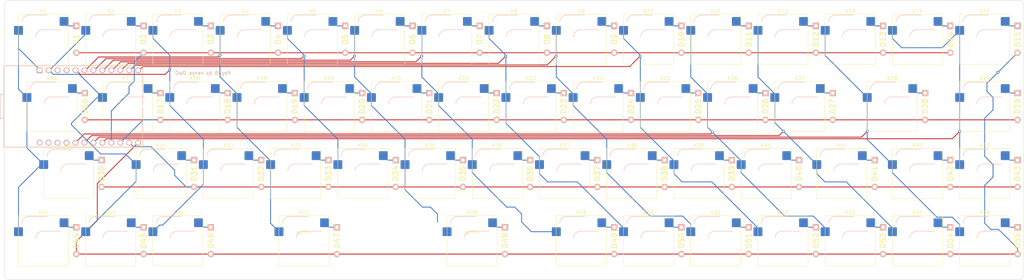
<source format=kicad_pcb>
(kicad_pcb (version 20211014) (generator pcbnew)
  (layers (0 "F.Cu" signal) (31 "B.Cu" signal) (34 "B.Paste" user) (35 "F.Paste" user) (36 "B.SilkS" user "B.Silkscreen") (37 "F.SilkS" user "F.Silkscreen") (38 "B.Mask" user) (39 "F.Mask" user) (44 "Edge.Cuts" user))
  (net 0 "")
  (net 1 "ROW0")
  (net 2 "Net-(D1-Pad2)")
  (net 3 "Net-(D2-Pad2)")
  (net 4 "Net-(D3-Pad2)")
  (net 5 "Net-(D4-Pad2)")
  (net 6 "Net-(D5-Pad2)")
  (net 7 "Net-(D6-Pad2)")
  (net 8 "Net-(D7-Pad2)")
  (net 9 "Net-(D8-Pad2)")
  (net 10 "Net-(D9-Pad2)")
  (net 11 "Net-(D10-Pad2)")
  (net 12 "Net-(D11-Pad2)")
  (net 13 "Net-(D12-Pad2)")
  (net 14 "Net-(D13-Pad2)")
  (net 15 "Net-(D14-Pad2)")
  (net 16 "ROW3")
  (net 17 "Net-(D15-Pad2)")
  (net 18 "ROW1")
  (net 19 "Net-(D16-Pad2)")
  (net 20 "Net-(D17-Pad2)")
  (net 21 "Net-(D18-Pad2)")
  (net 22 "Net-(D19-Pad2)")
  (net 23 "Net-(D20-Pad2)")
  (net 24 "Net-(D21-Pad2)")
  (net 25 "Net-(D22-Pad2)")
  (net 26 "Net-(D23-Pad2)")
  (net 27 "Net-(D24-Pad2)")
  (net 28 "Net-(D25-Pad2)")
  (net 29 "Net-(D26-Pad2)")
  (net 30 "Net-(D27-Pad2)")
  (net 31 "Net-(D28-Pad2)")
  (net 32 "Net-(D29-Pad2)")
  (net 33 "ROW2")
  (net 34 "Net-(D30-Pad2)")
  (net 35 "Net-(D31-Pad2)")
  (net 36 "Net-(D32-Pad2)")
  (net 37 "Net-(D33-Pad2)")
  (net 38 "Net-(D34-Pad2)")
  (net 39 "Net-(D35-Pad2)")
  (net 40 "Net-(D36-Pad2)")
  (net 41 "Net-(D37-Pad2)")
  (net 42 "Net-(D38-Pad2)")
  (net 43 "Net-(D39-Pad2)")
  (net 44 "Net-(D40-Pad2)")
  (net 45 "Net-(D41-Pad2)")
  (net 46 "Net-(D42-Pad2)")
  (net 47 "Net-(D43-Pad2)")
  (net 48 "Net-(D44-Pad2)")
  (net 49 "Net-(D45-Pad2)")
  (net 50 "Net-(D46-Pad2)")
  (net 51 "Net-(D47-Pad2)")
  (net 52 "Net-(D48-Pad2)")
  (net 53 "Net-(D49-Pad2)")
  (net 54 "Net-(D50-Pad2)")
  (net 55 "Net-(D51-Pad2)")
  (net 56 "Net-(D52-Pad2)")
  (net 57 "Net-(D53-Pad2)")
  (net 58 "Net-(D54-Pad2)")
  (net 59 "Net-(D55-Pad2)")
  (net 60 "COL0")
  (net 61 "COL1")
  (net 62 "COL2")
  (net 63 "COL3")
  (net 64 "COL4")
  (net 65 "COL5")
  (net 66 "COL6")
  (net 67 "COL7")
  (net 68 "COL8")
  (net 69 "COL9")
  (net 70 "COL10")
  (net 71 "COL11")
  (net 72 "COL12")
  (net 73 "COL13")
  (footprint "Switch_Keyboard_Hotswap_Kailh:SW_Hotswap_Kailh_MX_1.00u" (layer "F.Cu") (at 22.225 79.375)
    (fp_text reference "K44")
    (fp_text value "KEYSW")
  )
  (footprint "TheKeebrary:MD_Diode" (layer "F.Cu") (at 212.203 60.325 90)
    (fp_text reference "D39")
    (fp_text value "D" hide)
  )
  (footprint "Switch_Keyboard_Hotswap_Kailh:SW_Hotswap_Kailh_MX_1.00u" (layer "F.Cu") (at 174.625 79.375)
    (fp_text reference "K49")
    (fp_text value "KEYSW")
  )
  (footprint "Switch_Keyboard_Hotswap_Kailh:SW_Hotswap_Kailh_MX_1.00u" (layer "F.Cu") (at 22.225 22.225)
    (fp_text reference "K1")
    (fp_text value "KEYSW")
  )
  (footprint "Switch_Keyboard_Hotswap_Kailh:SW_Hotswap_Kailh_MX_1.00u" (layer "F.Cu") (at 136.525 22.225)
    (fp_text reference "K7")
    (fp_text value "KEYSW")
  )
  (footprint "TheKeebrary:MD_Diode" (layer "F.Cu") (at 236.0155 22.225 90)
    (fp_text reference "D12")
    (fp_text value "D" hide)
  )
  (footprint "Switch_Keyboard_Hotswap_Kailh:SW_Hotswap_Kailh_MX_1.00u" (layer "F.Cu") (at 193.675 22.225)
    (fp_text reference "K10")
    (fp_text value "KEYSW")
  )
  (footprint "Mounting_Keyboard_Stabilizer:Stabilizer_Cherry_MX_2.00u" (layer "F.Cu") (at 143.66875 79.375)
    (fp_text reference "REF**")
    (fp_text value "Stabilizer_Cherry_MX_2.00u")
  )
  (footprint "TheKeebrary:MD_Diode" (layer "F.Cu") (at 178.8655 22.225 90)
    (fp_text reference "D9")
    (fp_text value "D" hide)
  )
  (footprint "TheKeebrary:MD_Diode" (layer "F.Cu") (at 274.1155 79.375 90)
    (fp_text reference "D54")
    (fp_text value "D" hide)
  )
  (footprint "TheKeebrary:MD_Diode" (layer "F.Cu") (at 236.0155 79.375 90)
    (fp_text reference "D52")
    (fp_text value "D" hide)
  )
  (footprint "Switch_Keyboard_Hotswap_Kailh:SW_Hotswap_Kailh_MX_1.00u" (layer "F.Cu") (at 112.7125 60.325)
    (fp_text reference "K34")
    (fp_text value "KEYSW")
  )
  (footprint "Switch_Keyboard_Hotswap_Kailh:SW_Hotswap_Kailh_MX_1.00u" (layer "F.Cu") (at 212.725 22.225)
    (fp_text reference "K11")
    (fp_text value "KEYSW")
  )
  (footprint "TheKeebrary:MD_Diode" (layer "F.Cu") (at 293.1655 79.375 90)
    (fp_text reference "D55")
    (fp_text value "D" hide)
  )
  (footprint "TheKeebrary:MD_Diode" (layer "F.Cu") (at 100.28425 79.375 90)
    (fp_text reference "D47")
    (fp_text value "D" hide)
  )
  (footprint "TheKeebrary:MD_Diode" (layer "F.Cu") (at 97.903 60.325 90)
    (fp_text reference "D33")
    (fp_text value "D" hide)
  )
  (footprint "TheKeebrary:MD_Diode" (layer "F.Cu") (at 147.90925 79.375 90)
    (fp_text reference "D48")
    (fp_text value "D" hide)
  )
  (footprint "Switch_Keyboard_Hotswap_Kailh:SW_Hotswap_Kailh_MX_1.00u" (layer "F.Cu") (at 65.0875 41.275)
    (fp_text reference "K18")
    (fp_text value "KEYSW")
  )
  (footprint "Switch_Keyboard_Hotswap_Kailh:SW_Hotswap_Kailh_MX_1.00u" (layer "F.Cu") (at 269.875 79.375)
    (fp_text reference "K54")
    (fp_text value "KEYSW")
  )
  (footprint "TheKeebrary:MD_Diode" (layer "F.Cu") (at 174.103 60.325 90)
    (fp_text reference "D37")
    (fp_text value "D" hide)
  )
  (footprint "TheKeebrary:MD_Diode" (layer "F.Cu") (at 45.5155 22.225 90)
    (fp_text reference "D2")
    (fp_text value "D" hide)
  )
  (footprint "TheKeebrary:MD_Diode" (layer "F.Cu") (at 88.378 41.275 90)
    (fp_text reference "D19")
    (fp_text value "D" hide)
  )
  (footprint "TheKeebrary:MD_Diode" (layer "F.Cu") (at 26.4655 22.225 90)
    (fp_text reference "D1")
    (fp_text value "D" hide)
  )
  (footprint "TheKeebrary:MD_Diode" (layer "F.Cu") (at 64.5655 22.225 90)
    (fp_text reference "D3")
    (fp_text value "D" hide)
  )
  (footprint "Switch_Keyboard_Hotswap_Kailh:SW_Hotswap_Kailh_MX_1.00u" (layer "F.Cu") (at 236.5375 41.275)
    (fp_text reference "K27")
    (fp_text value "KEYSW")
  )
  (footprint "Switch_Keyboard_Hotswap_Kailh:SW_Hotswap_Kailh_MX_1.00u" (layer "F.Cu") (at 141.2875 41.275)
    (fp_text reference "K22")
    (fp_text value "KEYSW")
  )
  (footprint "TheKeebrary:MD_Diode" (layer "F.Cu") (at 155.053 60.325 90)
    (fp_text reference "D36")
    (fp_text value "D" hide)
  )
  (footprint "TheKeebrary:MD_Diode" (layer "F.Cu") (at 274.1155 22.225 90)
    (fp_text reference "D14")
    (fp_text value "D" hide)
  )
  (footprint "Switch_Keyboard_Hotswap_Kailh:SW_Hotswap_Kailh_MX_1.00u" (layer "F.Cu") (at 131.7625 60.325)
    (fp_text reference "K35")
    (fp_text value "KEYSW")
  )
  (footprint "Switch_Keyboard_Hotswap_Kailh:SW_Hotswap_Kailh_MX_1.00u" (layer "F.Cu") (at 174.625 22.225)
    (fp_text reference "K9")
    (fp_text value "KEYSW")
  )
  (footprint "TheKeebrary:MD_Diode" (layer "F.Cu") (at 255.0655 22.225 90)
    (fp_text reference "D13")
    (fp_text value "D" hide)
  )
  (footprint "TheKeebrary:MD_Diode" (layer "F.Cu") (at 33.60925 60.325 90)
    (fp_text reference "D30")
    (fp_text value "D" hide)
  )
  (footprint "Switch_Keyboard_Hotswap_Kailh:SW_Hotswap_Kailh_MX_1.00u" (layer "F.Cu") (at 288.925 41.275)
    (fp_text reference "K29")
    (fp_text value "KEYSW")
  )
  (footprint "Switch_Keyboard_Hotswap_Kailh:SW_Hotswap_Kailh_MX_1.00u" (layer "F.Cu") (at 207.9625 60.325)
    (fp_text reference "K39")
    (fp_text value "KEYSW")
  )
  (footprint "TheKeebrary:MD_Diode" (layer "F.Cu") (at 202.678 41.275 90)
    (fp_text reference "D25")
    (fp_text value "D" hide)
  )
  (footprint "Switch_Keyboard_Hotswap_Kailh:SW_Hotswap_Kailh_MX_1.00u" (layer "F.Cu") (at 288.925 79.375)
    (fp_text reference "K55")
    (fp_text value "KEYSW")
  )
  (footprint "TheKeebrary:MD_Diode" (layer "F.Cu") (at 45.5155 79.375 90)
    (fp_text reference "D45")
    (fp_text value "D" hide)
  )
  (footprint "Switch_Keyboard_Hotswap_Kailh:SW_Hotswap_Kailh_MX_1.00u" (layer "F.Cu") (at 117.475 22.225)
    (fp_text reference "K6")
    (fp_text value "KEYSW")
  )
  (footprint "TheKeebrary:MD_Diode" (layer "F.Cu") (at 126.478 41.275 90)
    (fp_text reference "D21")
    (fp_text value "D" hide)
  )
  (footprint "Switch_Keyboard_Hotswap_Kailh:SW_Hotswap_Kailh_MX_1.00u" (layer "F.Cu") (at 60.325 79.375)
    (fp_text reference "K46")
    (fp_text value "KEYSW")
  )
  (footprint "Switch_Keyboard_Hotswap_Kailh:SW_Hotswap_Kailh_MX_1.00u" (layer "F.Cu") (at 193.675 79.375)
    (fp_text reference "K50")
    (fp_text value "KEYSW")
  )
  (footprint "TheKeebrary:MD_Diode" (layer "F.Cu") (at 116.953 60.325 90)
    (fp_text reference "D34")
    (fp_text value "D" hide)
  )
  (footprint "Switch_Keyboard_Hotswap_Kailh:SW_Hotswap_Kailh_MX_1.00u" (layer "F.Cu") (at 198.4375 41.275)
    (fp_text reference "K25")
    (fp_text value "KEYSW")
  )
  (footprint "TheKeebrary:MD_Diode" (layer "F.Cu") (at 83.6155 22.225 90)
    (fp_text reference "D4")
    (fp_text value "D" hide)
  )
  (footprint "TheKeebrary:MD_Diode" (layer "F.Cu") (at 59.803 60.325 90)
    (fp_text reference "D31")
    (fp_text value "D" hide)
  )
  (footprint "TheKeebrary:MD_Diode" (layer "F.Cu") (at 102.6655 22.225 90)
    (fp_text reference "D5")
    (fp_text value "D" hide)
  )
  (footprint "TheKeebrary:MD_Diode" (layer "F.Cu") (at 252.68425 60.325 90)
    (fp_text reference "D41")
    (fp_text value "D" hide)
  )
  (footprint "TheKeebrary:MD_Diode" (layer "F.Cu") (at 293.1655 22.225 90)
    (fp_text reference "D15")
    (fp_text value "D" hide)
  )
  (footprint "TheKeebrary:MD_Diode" (layer "F.Cu") (at 136.003 60.325 90)
    (fp_text reference "D35")
    (fp_text value "D" hide)
  )
  (footprint "TheKeebrary:MD_Diode" (layer "F.Cu") (at 193.153 60.325 90)
    (fp_text reference "D38")
    (fp_text value "D" hide)
  )
  (footprint "TheKeebrary:MD_Diode" (layer "F.Cu") (at 28.84675 41.275 90)
    (fp_text reference "D16")
    (fp_text value "D" hide)
  )
  (footprint "Switch_Keyboard_Hotswap_Kailh:SW_Hotswap_Kailh_MX_1.00u" (layer "F.Cu") (at 155.575 22.225)
    (fp_text reference "K8")
    (fp_text value "KEYSW")
  )
  (footprint "TheKeebrary:MD_Diode" (layer "F.Cu") (at 221.728 41.275 90)
    (fp_text reference "D26")
    (fp_text value "D" hide)
  )
  (footprint "Switch_Keyboard_Hotswap_Kailh:SW_Hotswap_Kailh_MX_1.00u" (layer "F.Cu") (at 288.925 60.325)
    (fp_text reference "K43")
    (fp_text value "KEYSW")
  )
  (footprint "Switch_Keyboard_Hotswap_Kailh:SW_Hotswap_Kailh_MX_1.25u" (layer "F.Cu") (at 24.60625 41.275)
    (fp_text reference "K16")
    (fp_text value "KEYSW")
  )
  (footprint "TheKeebrary:MD_Diode" (layer "F.Cu") (at 216.9655 79.375 90)
    (fp_text reference "D51")
    (fp_text value "D" hide)
  )
  (footprint "Switch_Keyboard_Hotswap_Kailh:SW_Hotswap_Kailh_MX_1.00u" (layer "F.Cu") (at 231.775 22.225)
    (fp_text reference "K12")
    (fp_text value "KEYSW")
  )
  (footprint "Switch_Keyboard_Hotswap_Kailh:SW_Hotswap_Kailh_MX_1.00u" (layer "F.Cu") (at 288.925 22.225)
    (fp_text reference "K15")
    (fp_text value "KEYSW")
  )
  (footprint "TheKeebrary:MD_Diode" (layer "F.Cu") (at 255.0655 79.375 90)
    (fp_text reference "D53")
    (fp_text value "D" hide)
  )
  (footprint "Switch_Keyboard_Hotswap_Kailh:SW_Hotswap_Kailh_MX_1.25u" (layer "F.Cu") (at 248.44375 60.325)
    (fp_text reference "K41")
    (fp_text value "KEYSW")
  )
  (footprint "TheKeebrary:MD_Diode" (layer "F.Cu") (at 145.528 41.275 90)
    (fp_text reference "D22")
    (fp_text value "D" hide)
  )
  (footprint "Switch_Keyboard_Hotswap_Kailh:SW_Hotswap_Kailh_MX_1.00u" (layer "F.Cu") (at 231.775 79.375)
    (fp_text reference "K52")
    (fp_text value "KEYSW")
  )
  (footprint "TheKeebrary:MD_Diode" (layer "F.Cu") (at 240.778 41.275 90)
    (fp_text reference "D27")
    (fp_text value "D" hide)
  )
  (footprint "TheKeebrary:MD_Diode" (layer "F.Cu") (at 26.4655 79.375 90)
    (fp_text reference "D44")
    (fp_text value "D" hide)
  )
  (footprint "Switch_Keyboard_Hotswap_Kailh:SW_Hotswap_Kailh_MX_1.00u" (layer "F.Cu") (at 212.725 79.375)
    (fp_text reference "K51")
    (fp_text value "KEYSW")
  )
  (footprint "TheKeebrary:MD_Diode" (layer "F.Cu") (at 274.1155 60.325 90)
    (fp_text reference "D42")
    (fp_text value "D" hide)
  )
  (footprint "Switch_Keyboard_Hotswap_Kailh:SW_Hotswap_Kailh_MX_1.00u" (layer "F.Cu") (at 74.6125 60.325)
    (fp_text reference "K32")
    (fp_text value "KEYSW")
  )
  (footprint "Switch_Keyboard_Hotswap_Kailh:SW_Hotswap_Kailh_MX_1.00u" (layer "F.Cu") (at 150.8125 60.325)
    (fp_text reference "K36")
    (fp_text value "KEYSW")
  )
  (footprint "Switch_Keyboard_Hotswap_Kailh:SW_Hotswap_Kailh_MX_1.75u" (layer "F.Cu") (at 262.73125 41.275)
    (fp_text reference "K28")
    (fp_text value "KEYSW")
  )
  (footprint "TheKeebrary:MD_Diode" (layer "F.Cu") (at 50.278 41.275 90)
    (fp_text reference "D17")
    (fp_text value "D" hide)
  )
  (footprint "Switch_Keyboard_Hotswap_Kailh:SW_Hotswap_Kailh_MX_1.00u" (layer "F.Cu") (at 269.875 22.225)
    (fp_text reference "K14")
    (fp_text value "KEYSW")
  )
  (footprint "TheKeebrary:MD_Diode" (layer "F.Cu") (at 64.5655 79.375 90)
    (fp_text reference "D46")
    (fp_text value "D" hide)
  )
  (footprint "Switch_Keyboard_Hotswap_Kailh:SW_Hotswap_Kailh_MX_1.00u" (layer "F.Cu") (at 217.4875 41.275)
    (fp_text reference "K26")
    (fp_text value "KEYSW")
  )
  (footprint "Switch_Keyboard_Hotswap_Kailh:SW_Hotswap_Kailh_MX_1.00u" (layer "F.Cu") (at 46.0375 41.275)
    (fp_text reference "K17")
    (fp_text value "KEYSW")
  )
  (footprint "Switch_Keyboard_Hotswap_Kailh:SW_Hotswap_Kailh_MX_1.00u" (layer "F.Cu") (at 250.825 22.225)
    (fp_text reference "K13")
    (fp_text value "KEYSW")
  )
  (footprint "TheKeebrary:MD_Diode" (layer "F.Cu") (at 78.853 60.325 90)
    (fp_text reference "D32")
    (fp_text value "D" hide)
  )
  (footprint "TheKeebrary:MD_Diode" (layer "F.Cu") (at 164.578 41.275 90)
    (fp_text reference "D23")
    (fp_text value "D" hide)
  )
  (footprint "Switch_Keyboard_Hotswap_Kailh:SW_Hotswap_Kailh_MX_1.00u" (layer "F.Cu") (at 41.275 79.375)
    (fp_text reference "K45")
    (fp_text value "KEYSW")
  )
  (footprint "Switch_Keyboard_Hotswap_Kailh:SW_Hotswap_Kailh_MX_1.00u" (layer "F.Cu") (at 103.1875 41.275)
    (fp_text reference "K20")
    (fp_text value "KEYSW")
  )
  (footprint "TheKeebrary:MD_Diode" (layer "F.Cu") (at 216.9655 22.225 90)
    (fp_text reference "D11")
    (fp_text value "D" hide)
  )
  (footprint "Switch_Keyboard_Hotswap_Kailh:SW_Hotswap_Kailh_MX_1.00u" (layer "F.Cu") (at 179.3875 41.275)
    (fp_text reference "K24")
    (fp_text value "KEYSW")
  )
  (footprint "Switch_Keyboard_Hotswap_Kailh:SW_Hotswap_Kailh_MX_2.25u" (layer "F.Cu") (at 143.66875 79.375)
    (fp_text reference "K48")
    (fp_text value "KEYSW")
  )
  (footprint "Switch_Keyboard_Hotswap_Kailh:SW_Hotswap_Kailh_MX_1.00u" (layer "F.Cu") (at 188.9125 60.325)
    (fp_text reference "K38")
    (fp_text value "KEYSW")
  )
  (footprint "TheKeebrary:MD_Diode" (layer "F.Cu") (at 293.1655 41.275 90)
    (fp_text reference "D29")
    (fp_text value "D" hide)
  )
  (footprint "TheKeebrary:MD_Diode" (layer "F.Cu") (at 121.7155 22.225 90)
    (fp_text reference "D6")
    (fp_text value "D" hide)
  )
  (footprint "TheKeebrary:MD_Diode" (layer "F.Cu") (at 159.8155 22.225 90)
    (fp_text reference "D8")
    (fp_text value "D" hide)
  )
  (footprint "TheKeebrary:MD_Diode" (layer "F.Cu") (at 266.97175 41.275 90)
    (fp_text reference "D28")
    (fp_text value "D" hide)
  )
  (footprint "Switch_Keyboard_Hotswap_Kailh:SW_Hotswap_Kailh_MX_1.00u" (layer "F.Cu") (at 79.375 22.225)
    (fp_text reference "K4")
    (fp_text value "KEYSW")
  )
  (footprint "TheKeebrary:MD_Diode" (layer "F.Cu") (at 197.9155 79.375 90)
    (fp_text reference "D50")
    (fp_text value "D" hide)
  )
  (footprint "Switch_Keyboard_Hotswap_Kailh:SW_Hotswap_Kailh_MX_1.00u" (layer "F.Cu") (at 169.8625 60.325)
    (fp_text reference "K37")
    (fp_text value "KEYSW")
  )
  (footprint "Mounting_Keyboard_Stabilizer:Stabilizer_Cherry_MX_2.00u" (layer "F.Cu") (at 96.04375 79.375)
    (fp_text reference "REF**")
    (fp_text value "Stabilizer_Cherry_MX_2.00u")
  )
  (footprint "Switch_Keyboard_Hotswap_Kailh:SW_Hotswap_Kailh_MX_1.00u" (layer "F.Cu") (at 41.275 22.225)
    (fp_text reference "K2")
    (fp_text value "KEYSW")
  )
  (footprint "TheKeebrary:MD_Diode" (layer "F.Cu") (at 183.628 41.275 90)
    (fp_text reference "D24")
    (fp_text value "D" hide)
  )
  (footprint "Switch_Keyboard_Hotswap_Kailh:SW_Hotswap_Kailh_MX_1.00u" (layer "F.Cu") (at 269.875 60.325)
    (fp_text reference "K42")
    (fp_text value "KEYSW")
  )
  (footprint "Switch_Keyboard_Hotswap_Kailh:SW_Hotswap_Kailh_MX_2.75u" (layer "F.Cu") (at 96.04375 79.375)
    (fp_text reference "K47")
    (fp_text value "KEYSW")
  )
  (footprint "Switch_Keyboard_Hotswap_Kailh:SW_Hotswap_Kailh_MX_1.00u" (layer "F.Cu") (at 227.0125 60.325)
    (fp_text reference "K40")
    (fp_text value "KEYSW")
  )
  (footprint "Switch_Keyboard_Hotswap_Kailh:SW_Hotswap_Kailh_MX_1.00u" (layer "F.Cu") (at 160.3375 41.275)
    (fp_text reference "K23")
    (fp_text value "KEYSW")
  )
  (footprint "Switch_Keyboard_Hotswap_Kailh:SW_Hotswap_Kailh_MX_1.00u" (layer "F.Cu") (at 55.5625 60.325)
    (fp_text reference "K31")
    (fp_text value "KEYSW")
  )
  (footprint "Switch_Keyboard_Hotswap_Kailh:SW_Hotswap_Kailh_MX_1.75u" (layer "F.Cu") (at 29.36875 60.325)
    (fp_text reference "K30")
    (fp_text value "KEYSW")
  )
  (footprint "Switch_Keyboard_Hotswap_Kailh:SW_Hotswap_Kailh_MX_1.00u" (layer "F.Cu") (at 122.2375 41.275)
    (fp_text reference "K21")
    (fp_text value "KEYSW")
  )
  (footprint "Switch_Keyboard_Hotswap_Kailh:SW_Hotswap_Kailh_MX_1.00u" (layer "F.Cu") (at 84.1375 41.275)
    (fp_text reference "K19")
    (fp_text value "KEYSW")
  )
  (footprint "TheKeebrary:MD_Diode" (layer "F.Cu") (at 293.1655 60.325 90)
    (fp_text reference "D43")
    (fp_text value "D" hide)
  )
  (footprint "Switch_Keyboard_Hotswap_Kailh:SW_Hotswap_Kailh_MX_1.00u" (layer "F.Cu") (at 60.325 22.225)
    (fp_text reference "K3")
    (fp_text value "KEYSW")
  )
  (footprint "Switch_Keyboard_Hotswap_Kailh:SW_Hotswap_Kailh_MX_1.00u" (layer "F.Cu") (at 93.6625 60.325)
    (fp_text reference "K33")
    (fp_text value "KEYSW")
  )
  (footprint "TheKeebrary:MD_Diode" (layer "F.Cu") (at 178.8655 79.375 90)
    (fp_text reference "D49")
    (fp_text value "D" hide)
  )
  (footprint "Switch_Keyboard_Hotswap_Kailh:SW_Hotswap_Kailh_MX_1.00u" (layer "F.Cu") (at 250.825 79.375)
    (fp_text reference "K53")
    (fp_text value "KEYSW")
  )
  (footprint "Switch_Keyboard_Hotswap_Kailh:SW_Hotswap_Kailh_MX_1.00u" (layer "F.Cu") (at 98.425 22.225)
    (fp_text reference "K5")
    (fp_text value "KEYSW")
  )
  (footprint "TheKeebrary:MD_Diode" (layer "F.Cu") (at 197.9155 22.225 90)
    (fp_text reference "D10")
    (fp_text value "D" hide)
  )
  (footprint "TheKeebrary:MD_Diode" (layer "F.Cu") (at 69.328 41.275 90)
    (fp_text reference "D18")
    (fp_text value "D" hide)
  )
  (footprint "TheKeebrary:MD_Diode" (layer "F.Cu") (at 107.428 41.275 90)
    (fp_text reference "D20")
    (fp_text value "D" hide)
  )
  (footprint "TheKeebrary:MD_Diode" (layer "F.Cu") (at 140.7655 22.225 90)
    (fp_text reference "D7")
    (fp_text value "D" hide)
  )
  (footprint "TheKeebrary:MD_Diode" (layer "F.Cu") (at 231.253 60.325 90)
    (fp_text reference "D40")
    (fp_text value "D" hide)
  )
  (footprint "promicro:ProMicro custom" (layer "B.Cu") (at 35.108 38.608)
    (fp_text reference "U1" hide)
    (fp_text value "ProMicro custom")
  )
  (gr_arc (start 11.1125 12.7) (mid 11.577468 11.577468) (end 12.7 11.1125) (layer "Edge.Cuts") (width 0.1))
  (gr_line (start 11.1125 12.7) (end 11.1125 88.9) (layer "Edge.Cuts") (width 0.1))
  (gr_line (start 12.7 90.4875) (end 298.45 90.4875) (layer "Edge.Cuts") (width 0.1))
  (gr_line (start 298.45 11.1125) (end 12.7 11.1125) (layer "Edge.Cuts") (width 0.1))
  (gr_arc (start 12.7 90.4875) (mid 11.577468 90.022532) (end 11.1125 88.9) (layer "Edge.Cuts") (width 0.1))
  (gr_line (start 300.0375 88.9) (end 300.0375 12.7) (layer "Edge.Cuts") (width 0.1))
  (gr_arc (start 300.0375 88.9) (mid 299.572532 90.022532) (end 298.45 90.4875) (layer "Edge.Cuts") (width 0.1))
  (gr_arc (start 298.45 11.1125) (mid 299.572532 11.577468) (end 300.0375 12.7) (layer "Edge.Cuts") (width 0.1))
  (gr_text "Key55 by xsnys OwO" (at 67.46875 31.75) (layer "B.SilkS") (effects (font (size 1 1) (thickness 0.15) italic) (justify mirror)))
  (segment (start 31.5455 26.035) (end 50.5955 26.035) (width 0.25) (layer "F.Cu") (net 1))
  (segment (start 50.5955 26.035) (end 279.1955 26.035) (width 0.25) (layer "F.Cu") (net 1))
  (segment (start 41.475268 42.525001) (end 42.207501 41.792768) (width 0.25) (layer "B.Cu") (net 1))
  (segment (start 46.46825 37.485491) (end 46.46825 35.617242) (width 0.25) (layer "B.Cu") (net 1))
  (segment (start 41.458 42.525001) (end 41.475268 42.525001) (width 0.25) (layer "B.Cu") (net 1))
  (segment (start 47.953 28.6775) (end 50.5955 26.035) (width 0.25) (layer "B.Cu") (net 1))
  (segment (start 42.207501 41.792768) (end 42.207501 41.74624) (width 0.25) (layer "B.Cu") (net 1))
  (segment (start 42.207501 41.74624) (end 46.46825 37.485491) (width 0.25) (layer "B.Cu") (net 1))
  (segment (start 46.46825 35.617242) (end 47.953 34.132492) (width 0.25) (layer "B.Cu") (net 1))
  (segment (start 41.458 51.562) (end 41.458 42.525001) (width 0.25) (layer "B.Cu") (net 1))
  (segment (start 47.953 34.132492) (end 47.953 28.6775) (width 0.25) (layer "B.Cu") (net 1))
  (segment (start 29.337 18.415) (end 31.5455 18.415) (width 0.25) (layer "B.Cu") (net 2))
  (segment (start 28.067 17.145) (end 29.337 18.415) (width 0.25) (layer "B.Cu") (net 2))
  (segment (start 48.387 18.415) (end 50.5955 18.415) (width 0.25) (layer "B.Cu") (net 3))
  (segment (start 47.117 17.145) (end 48.387 18.415) (width 0.25) (layer "B.Cu") (net 3))
  (segment (start 67.437 18.415) (end 69.6455 18.415) (width 0.25) (layer "B.Cu") (net 4))
  (segment (start 66.167 17.145) (end 67.437 18.415) (width 0.25) (layer "B.Cu") (net 4))
  (segment (start 86.487 18.415) (end 88.6955 18.415) (width 0.25) (layer "B.Cu") (net 5))
  (segment (start 85.217 17.145) (end 86.487 18.415) (width 0.25) (layer "B.Cu") (net 5))
  (segment (start 105.537 18.415) (end 107.7455 18.415) (width 0.25) (layer "B.Cu") (net 6))
  (segment (start 104.267 17.145) (end 105.537 18.415) (width 0.25) (layer "B.Cu") (net 6))
  (segment (start 124.587 18.415) (end 126.7955 18.415) (width 0.25) (layer "B.Cu") (net 7))
  (segment (start 123.317 17.145) (end 124.587 18.415) (width 0.25) (layer "B.Cu") (net 7))
  (segment (start 142.367 17.145) (end 143.637 18.415) (width 0.25) (layer "B.Cu") (net 8))
  (segment (start 143.637 18.415) (end 145.8455 18.415) (width 0.25) (layer "B.Cu") (net 8))
  (segment (start 162.687 18.415) (end 164.8955 18.415) (width 0.25) (layer "B.Cu") (net 9))
  (segment (start 161.417 17.145) (end 162.687 18.415) (width 0.25) (layer "B.Cu") (net 9))
  (segment (start 180.467 17.145) (end 181.737 18.415) (width 0.25) (layer "B.Cu") (net 10))
  (segment (start 181.737 18.415) (end 183.9455 18.415) (width 0.25) (layer "B.Cu") (net 10))
  (segment (start 199.517 17.145) (end 200.787 18.415) (width 0.25) (layer "B.Cu") (net 11))
  (segment (start 200.787 18.415) (end 202.9955 18.415) (width 0.25) (layer "B.Cu") (net 11))
  (segment (start 219.837 18.415) (end 222.0455 18.415) (width 0.25) (layer "B.Cu") (net 12))
  (segment (start 218.567 17.145) (end 219.837 18.415) (width 0.25) (layer "B.Cu") (net 12))
  (segment (start 238.887 18.415) (end 241.0955 18.415) (width 0.25) (layer "B.Cu") (net 13))
  (segment (start 237.617 17.145) (end 238.887 18.415) (width 0.25) (layer "B.Cu") (net 13))
  (segment (start 257.937 18.415) (end 260.1455 18.415) (width 0.25) (layer "B.Cu") (net 14))
  (segment (start 256.667 17.145) (end 257.937 18.415) (width 0.25) (layer "B.Cu") (net 14))
  (segment (start 275.717 17.145) (end 276.987 18.415) (width 0.25) (layer "B.Cu") (net 15))
  (segment (start 276.987 18.415) (end 279.1955 18.415) (width 0.25) (layer "B.Cu") (net 15))
  (segment (start 298.2455 83.185) (end 31.5455 83.185) (width 0.25) (layer "F.Cu") (net 16))
  (segment (start 37.47525 63.16475) (end 37.47525 73.64975) (width 0.25) (layer "F.Cu") (net 16))
  (segment (start 49.078 51.562) (end 37.47525 63.16475) (width 0.25) (layer "F.Cu") (net 16))
  (segment (start 37.47525 73.64975) (end 31.5455 79.5795) (width 0.25) (layer "F.Cu") (net 16))
  (segment (start 31.5455 79.5795) (end 31.5455 83.185) (width 0.25) (layer "F.Cu") (net 16))
  (via (at 292.712125 31.568375) (size 0.8) (drill 0.4) (layers "F.Cu" "B.Cu") (net 16))
  (segment (start 288.925 63.683759) (end 291.30625 61.302509) (width 0.25) (layer "B.Cu") (net 16))
  (segment (start 292.712125 31.568375) (end 298.2455 26.035) (width 0.25) (layer "B.Cu") (net 16))
  (segment (start 289.564999 34.715501) (end 292.712125 31.568375) (width 0.25) (layer "B.Cu") (net 16))
  (segment (start 291.30625 57.773258) (end 288.925 55.392008) (width 0.25) (layer "B.Cu") (net 16))
  (segment (start 288.925 74.442008) (end 288.925 63.683759) (width 0.25) (layer "B.Cu") (net 16))
  (segment (start 290.677993 76.195001) (end 288.925 74.442008) (width 0.25) (layer "B.Cu") (net 16))
  (segment (start 288.925 55.392008) (end 288.925 44.633759) (width 0.25) (layer "B.Cu") (net 16))
  (segment (start 288.925 44.633759) (end 291.30625 42.252509) (width 0.25) (layer "B.Cu") (net 16))
  (segment (start 289.564999 36.982007) (end 289.564999 34.715501) (width 0.25) (layer "B.Cu") (net 16))
  (segment (start 298.2455 83.185) (end 298.2455 81.55175) (width 0.25) (layer "B.Cu") (net 16))
  (segment (start 291.30625 38.723258) (end 289.564999 36.982007) (width 0.25) (layer "B.Cu") (net 16))
  (segment (start 292.888751 76.195001) (end 290.677993 76.195001) (width 0.25) (layer "B.Cu") (net 16))
  (segment (start 298.2455 81.55175) (end 292.888751 76.195001) (width 0.25) (layer "B.Cu") (net 16))
  (segment (start 291.30625 42.252509) (end 291.30625 38.723258) (width 0.25) (layer "B.Cu") (net 16))
  (segment (start 291.30625 61.302509) (end 291.30625 57.773258) (width 0.25) (layer "B.Cu") (net 16))
  (segment (start 296.037 18.415) (end 298.2455 18.415) (width 0.25) (layer "B.Cu") (net 17))
  (segment (start 294.767 17.145) (end 296.037 18.415) (width 0.25) (layer "B.Cu") (net 17))
  (segment (start 298.2455 45.085) (end 33.92675 45.085) (width 0.25) (layer "F.Cu") (net 18))
  (segment (start 50.475 45.085) (end 55.358 45.085) (width 0.25) (layer "B.Cu") (net 18))
  (segment (start 43.998 51.562) (end 50.475 45.085) (width 0.25) (layer "B.Cu") (net 18))
  (segment (start 31.71825 37.465) (end 33.92675 37.465) (width 0.25) (layer "B.Cu") (net 19))
  (segment (start 30.44825 36.195) (end 31.71825 37.465) (width 0.25) (layer "B.Cu") (net 19))
  (segment (start 51.8795 36.195) (end 53.1495 37.465) (width 0.25) (layer "B.Cu") (net 20))
  (segment (start 53.1495 37.465) (end 55.358 37.465) (width 0.25) (layer "B.Cu") (net 20))
  (segment (start 72.1995 37.465) (end 74.408 37.465) (width 0.25) (layer "B.Cu") (net 21))
  (segment (start 70.9295 36.195) (end 72.1995 37.465) (width 0.25) (layer "B.Cu") (net 21))
  (segment (start 91.2495 37.465) (end 93.458 37.465) (width 0.25) (layer "B.Cu") (net 22))
  (segment (start 89.9795 36.195) (end 91.2495 37.465) (width 0.25) (layer "B.Cu") (net 22))
  (segment (start 110.2995 37.465) (end 112.508 37.465) (width 0.25) (layer "B.Cu") (net 23))
  (segment (start 109.0295 36.195) (end 110.2995 37.465) (width 0.25) (layer "B.Cu") (net 23))
  (segment (start 128.0795 36.195) (end 129.3495 37.465) (width 0.25) (layer "B.Cu") (net 24))
  (segment (start 129.3495 37.465) (end 131.558 37.465) (width 0.25) (layer "B.Cu") (net 24))
  (segment (start 147.1295 36.195) (end 148.3995 37.465) (width 0.25) (layer "B.Cu") (net 25))
  (segment (start 148.3995 37.465) (end 150.608 37.465) (width 0.25) (layer "B.Cu") (net 25))
  (segment (start 167.4495 37.465) (end 169.658 37.465) (width 0.25) (layer "B.Cu") (net 26))
  (segment (start 166.1795 36.195) (end 167.4495 37.465) (width 0.25) (layer "B.Cu") (net 26))
  (segment (start 186.4995 37.465) (end 188.708 37.465) (width 0.25) (layer "B.Cu") (net 27))
  (segment (start 185.2295 36.195) (end 186.4995 37.465) (width 0.25) (layer "B.Cu") (net 27))
  (segment (start 204.2795 36.195) (end 205.5495 37.465) (width 0.25) (layer "B.Cu") (net 28))
  (segment (start 205.5495 37.465) (end 207.758 37.465) (width 0.25) (layer "B.Cu") (net 28))
  (segment (start 223.3295 36.195) (end 224.5995 37.465) (width 0.25) (layer "B.Cu") (net 29))
  (segment (start 224.5995 37.465) (end 226.808 37.465) (width 0.25) (layer "B.Cu") (net 29))
  (segment (start 242.3795 36.195) (end 243.6495 37.465) (width 0.25) (layer "B.Cu") (net 30))
  (segment (start 243.6495 37.465) (end 245.858 37.465) (width 0.25) (layer "B.Cu") (net 30))
  (segment (start 269.84325 37.465) (end 272.05175 37.465) (width 0.25) (layer "B.Cu") (net 31))
  (segment (start 268.57325 36.195) (end 269.84325 37.465) (width 0.25) (layer "B.Cu") (net 31))
  (segment (start 296.037 37.465) (end 298.2455 37.465) (width 0.25) (layer "B.Cu") (net 32))
  (segment (start 294.767 36.195) (end 296.037 37.465) (width 0.25) (layer "B.Cu") (net 32))
  (segment (start 38.68925 64.135) (end 298.2455 64.135) (width 0.25) (layer "F.Cu") (net 33))
  (segment (start 52.687 52.687) (end 59.392499 59.392499) (width 0.25) (layer "B.Cu") (net 33))
  (segment (start 47.663 52.687) (end 52.687 52.687) (width 0.25) (layer "B.Cu") (net 33))
  (segment (start 59.392499 60.842768) (end 62.684731 64.135) (width 0.25) (layer "B.Cu") (net 33))
  (segment (start 62.684731 64.135) (end 64.883 64.135) (width 0.25) (layer "B.Cu") (net 33))
  (segment (start 59.392499 59.392499) (end 59.392499 60.842768) (width 0.25) (layer "B.Cu") (net 33))
  (segment (start 46.538 51.562) (end 47.663 52.687) (width 0.25) (layer "B.Cu") (net 33))
  (segment (start 35.21075 55.245) (end 36.48075 56.515) (width 0.25) (layer "B.Cu") (net 34))
  (segment (start 36.48075 56.515) (end 38.68925 56.515) (width 0.25) (layer "B.Cu") (net 34))
  (segment (start 61.4045 55.245) (end 62.6745 56.515) (width 0.25) (layer "B.Cu") (net 35))
  (segment (start 62.6745 56.515) (end 64.883 56.515) (width 0.25) (layer "B.Cu") (net 35))
  (segment (start 81.7245 56.515) (end 83.933 56.515) (width 0.25) (layer "B.Cu") (net 36))
  (segment (start 80.4545 55.245) (end 81.7245 56.515) (width 0.25) (layer "B.Cu") (net 36))
  (segment (start 100.7745 56.515) (end 102.983 56.515) (width 0.25) (layer "B.Cu") (net 37))
  (segment (start 99.5045 55.245) (end 100.7745 56.515) (width 0.25) (layer "B.Cu") (net 37))
  (segment (start 118.5545 55.245) (end 119.8245 56.515) (width 0.25) (layer "B.Cu") (net 38))
  (segment (start 119.8245 56.515) (end 122.033 56.515) (width 0.25) (layer "B.Cu") (net 38))
  (segment (start 138.8745 56.515) (end 141.083 56.515) (width 0.25) (layer "B.Cu") (net 39))
  (segment (start 137.6045 55.245) (end 138.8745 56.515) (width 0.25) (layer "B.Cu") (net 39))
  (segment (start 156.6545 55.245) (end 157.9245 56.515) (width 0.25) (layer "B.Cu") (net 40))
  (segment (start 157.9245 56.515) (end 160.133 56.515) (width 0.25) (layer "B.Cu") (net 40))
  (segment (start 176.9745 56.515) (end 179.183 56.515) (width 0.25) (layer "B.Cu") (net 41))
  (segment (start 175.7045 55.245) (end 176.9745 56.515) (width 0.25) (layer "B.Cu") (net 41))
  (segment (start 194.7545 55.245) (end 196.0245 56.515) (width 0.25) (layer "B.Cu") (net 42))
  (segment (start 196.0245 56.515) (end 198.233 56.515) (width 0.25) (layer "B.Cu") (net 42))
  (segment (start 217.283 56.515) (end 215.0745 56.515) (width 0.25) (layer "B.Cu") (net 43))
  (segment (start 215.0745 56.515) (end 213.8045 55.245) (width 0.25) (layer "B.Cu") (net 43))
  (segment (start 232.8545 55.245) (end 234.1245 56.515) (width 0.25) (layer "B.Cu") (net 44))
  (segment (start 234.1245 56.515) (end 236.333 56.515) (width 0.25) (layer "B.Cu") (net 44))
  (segment (start 255.55575 56.515) (end 257.76425 56.515) (width 0.25) (layer "B.Cu") (net 45))
  (segment (start 254.28575 55.245) (end 255.55575 56.515) (width 0.25) (layer "B.Cu") (net 45))
  (segment (start 275.717 55.245) (end 276.987 56.515) (width 0.25) (layer "B.Cu") (net 46))
  (segment (start 276.987 56.515) (end 279.1955 56.515) (width 0.25) (layer "B.Cu") (net 46))
  (segment (start 294.767 55.245) (end 296.037 56.515) (width 0.25) (layer "B.Cu") (net 47))
  (segment (start 296.037 56.515) (end 298.2455 56.515) (width 0.25) (layer "B.Cu") (net 47))
  (segment (start 28.067 74.295) (end 29.337 75.565) (width 0.25) (layer "B.Cu") (net 48))
  (segment (start 29.337 75.565) (end 31.5455 75.565) (width 0.25) (layer "B.Cu") (net 48))
  (segment (start 47.117 74.295) (end 48.387 75.565) (width 0.25) (layer "B.Cu") (net 49))
  (segment (start 48.387 75.565) (end 50.5955 75.565) (width 0.25) (layer "B.Cu") (net 49))
  (segment (start 66.167 74.295) (end 67.437 75.565) (width 0.25) (layer "B.Cu") (net 50))
  (segment (start 67.437 75.565) (end 69.6455 75.565) (width 0.25) (layer "B.Cu") (net 50))
  (segment (start 101.88575 74.295) (end 103.15575 75.565) (width 0.25) (layer "B.Cu") (net 51))
  (segment (start 103.15575 75.565) (end 105.36425 75.565) (width 0.25) (layer "B.Cu") (net 51))
  (segment (start 150.78075 75.565) (end 152.98925 75.565) (width 0.25) (layer "B.Cu") (net 52))
  (segment (start 149.51075 74.295) (end 150.78075 75.565) (width 0.25) (layer "B.Cu") (net 52))
  (segment (start 181.737 75.565) (end 183.9455 75.565) (width 0.25) (layer "B.Cu") (net 53))
  (segment (start 180.467 74.295) (end 181.737 75.565) (width 0.25) (layer "B.Cu") (net 53))
  (segment (start 199.517 74.295) (end 200.787 75.565) (width 0.25) (layer "B.Cu") (net 54))
  (segment (start 200.787 75.565) (end 202.9955 75.565) (width 0.25) (layer "B.Cu") (net 54))
  (segment (start 218.567 74.295) (end 219.837 75.565) (width 0.25) (layer "B.Cu") (net 55))
  (segment (start 219.837 75.565) (end 222.0455 75.565) (width 0.25) (layer "B.Cu") (net 55))
  (segment (start 237.617 74.295) (end 238.887 75.565) (width 0.25) (layer "B.Cu") (net 56))
  (segment (start 238.887 75.565) (end 241.0955 75.565) (width 0.25) (layer "B.Cu") (net 56))
  (segment (start 256.667 74.295) (end 257.937 75.565) (width 0.25) (layer "B.Cu") (net 57))
  (segment (start 257.937 75.565) (end 260.1455 75.565) (width 0.25) (layer "B.Cu") (net 57))
  (segment (start 276.987 75.565) (end 279.1955 75.565) (width 0.25) (layer "B.Cu") (net 58))
  (segment (start 275.717 74.295) (end 276.987 75.565) (width 0.25) (layer "B.Cu") (net 58))
  (segment (start 296.037 75.565) (end 298.2455 75.565) (width 0.25) (layer "B.Cu") (net 59))
  (segment (start 294.767 74.295) (end 296.037 75.565) (width 0.25) (layer "B.Cu") (net 59))
  (segment (start 15.14 24.8175) (end 21.3555 31.033) (width 0.25) (layer "B.Cu") (net 60))
  (segment (start 21.59 57.785) (end 15.14 64.235) (width 0.25) (layer "B.Cu") (net 60))
  (segment (start 22.28375 57.785) (end 21.59 57.785) (width 0.25) (layer "B.Cu") (net 60))
  (segment (start 15.14 19.685) (end 15.14 24.8175) (width 0.25) (layer "B.Cu") (net 60))
  (segment (start 15.14 36.35375) (end 17.52125 38.735) (width 0.25) (layer "B.Cu") (net 60))
  (segment (start 15.14 19.685) (end 15.14 36.35375) (width 0.25) (layer "B.Cu") (net 60))
  (segment (start 17.52125 38.735) (end 17.52125 53.0225) (width 0.25) (layer "B.Cu") (net 60))
  (segment (start 15.14 64.235) (end 15.14 76.835) (width 0.25) (layer "B.Cu") (net 60))
  (segment (start 17.52125 53.0225) (end 22.28375 57.785) (width 0.25) (layer "B.Cu") (net 60))
  (segment (start 34.19 20.7385) (end 23.8955 31.033) (width 0.25) (layer "B.Cu") (net 61))
  (segment (start 48.4775 57.785) (end 48.4775 62.5475) (width 0.25) (layer "B.Cu") (net 61))
  (segment (start 32.3755 32.158) (end 38.9525 38.735) (width 0.25) (layer "B.Cu") (net 61))
  (segment (start 25.0205 32.158) (end 32.3755 32.158) (width 0.25) (layer "B.Cu") (net 61))
  (segment (start 45.46125 54.76875) (end 48.4775 57.785) (width 0.25) (layer "B.Cu") (net 61))
  (segment (start 30.1625 46.510991) (end 38.420259 54.76875) (width 0.25) (layer "B.Cu") (net 61))
  (segment (start 34.19 19.685) (end 34.19 20.7385) (width 0.25) (layer "B.Cu") (net 61))
  (segment (start 48.4775 62.5475) (end 34.19 76.835) (width 0.25) (layer "B.Cu") (net 61))
  (segment (start 37.462509 38.735) (end 30.1625 46.035009) (width 0.25) (layer "B.Cu") (net 61))
  (segment (start 38.9525 38.735) (end 37.462509 38.735) (width 0.25) (layer "B.Cu") (net 61))
  (segment (start 38.420259 54.76875) (end 45.46125 54.76875) (width 0.25) (layer "B.Cu") (net 61))
  (segment (start 23.8955 31.033) (end 25.0205 32.158) (width 0.25) (layer "B.Cu") (net 61))
  (segment (start 30.1625 46.035009) (end 30.1625 46.510991) (width 0.25) (layer "B.Cu") (net 61))
  (segment (start 56.742 32.158) (end 58.0025 30.8975) (width 0.25) (layer "F.Cu") (net 62))
  (segment (start 31.5155 31.033) (end 32.6405 32.158) (width 0.25) (layer "F.Cu") (net 62))
  (segment (start 32.6405 32.158) (end 56.742 32.158) (width 0.25) (layer "F.Cu") (net 62))
  (via (at 58.0025 30.8975) (size 0.8) (drill 0.4) (layers "F.Cu" "B.Cu") (net 62))
  (segment (start 55.140001 74.934999) (end 56.033751 74.934999) (width 0.25) (layer "B.Cu") (net 62))
  (segment (start 53.24 21.987769) (end 53.24 19.685) (width 0.25) (layer "B.Cu") (net 62))
  (segment (start 67.5275 63.44125) (end 67.5275 57.785) (width 0.25) (layer "B.Cu") (net 62))
  (segment (start 56.033751 74.934999) (end 67.5275 63.44125) (width 0.25) (layer "B.Cu") (net 62))
  (segment (start 58.0025 38.735) (end 58.0025 30.8975) (width 0.25) (layer "B.Cu") (net 62))
  (segment (start 58.0025 30.8975) (end 58.0025 26.750269) (width 0.25) (layer "B.Cu") (net 62))
  (segment (start 67.5275 50.562769) (end 58.0025 41.037769) (width 0.25) (layer "B.Cu") (net 62))
  (segment (start 53.24 76.835) (end 55.140001 74.934999) (width 0.25) (layer "B.Cu") (net 62))
  (segment (start 67.5275 57.785) (end 67.5275 50.562769) (width 0.25) (layer "B.Cu") (net 62))
  (segment (start 58.0025 26.750269) (end 53.24 21.987769) (width 0.25) (layer "B.Cu") (net 62))
  (segment (start 58.0025 41.037769) (end 58.0025 38.735) (width 0.25) (layer "B.Cu") (net 62))
  (segment (start 37.8395 27.249) (end 34.0555 31.033) (width 0.25) (layer "F.Cu") (net 63))
  (segment (start 72.23125 26.7595) (end 71.74175 27.249) (width 0.25) (layer "F.Cu") (net 63))
  (segment (start 71.74175 27.249) (end 37.8395 27.249) (width 0.25) (layer "F.Cu") (net 63))
  (via (at 72.23125 26.7595) (size 0.8) (drill 0.4) (layers "F.Cu" "B.Cu") (net 63))
  (segment (start 77.0525 37.6815) (end 77.0525 38.735) (width 0.25) (layer "B.Cu") (net 63))
  (segment (start 72.23125 26.7595) (end 72.29 26.70075) (width 0.25) (layer "B.Cu") (net 63))
  (segment (start 86.5775 56.7315) (end 86.5775 57.785) (width 0.25) (layer "B.Cu") (net 63))
  (segment (start 72.23125 26.7595) (end 72.23125 32.86025) (width 0.25) (layer "B.Cu") (net 63))
  (segment (start 72.29 26.70075) (end 72.29 19.685) (width 0.25) (layer "B.Cu") (net 63))
  (segment (start 86.5775 57.785) (end 86.5775 74.45375) (width 0.25) (layer "B.Cu") (net 63))
  (segment (start 77.0525 47.2065) (end 86.5775 56.7315) (width 0.25) (layer "B.Cu") (net 63))
  (segment (start 77.0525 38.735) (end 77.0525 47.2065) (width 0.25) (layer "B.Cu") (net 63))
  (segment (start 86.5775 74.45375) (end 88.95875 76.835) (width 0.25) (layer "B.Cu") (net 63))
  (segment (start 72.23125 32.86025) (end 77.0525 37.6815) (width 0.25) (layer "B.Cu") (net 63))
  (segment (start 39.9295 27.699) (end 95.33225 27.699) (width 0.25) (layer "F.Cu") (net 64))
  (segment (start 95.33225 27.699) (end 96.04375 26.9875) (width 0.25) (layer "F.Cu") (net 64))
  (segment (start 36.5955 31.033) (end 39.9295 27.699) (width 0.25) (layer "F.Cu") (net 64))
  (via (at 96.04375 26.9875) (size 0.8) (drill 0.4) (layers "F.Cu" "B.Cu") (net 64))
  (segment (start 96.04375 26.691519) (end 91.34 21.987769) (width 0.25) (layer "B.Cu") (net 64))
  (segment (start 96.1025 27.04625) (end 96.1025 38.735) (width 0.25) (layer "B.Cu") (net 64))
  (segment (start 105.6275 57.785) (end 105.6275 50.562769) (width 0.25) (layer "B.Cu") (net 64))
  (segment (start 96.1025 41.037769) (end 96.1025 38.735) (width 0.25) (layer "B.Cu") (net 64))
  (segment (start 105.6275 50.562769) (end 96.1025 41.037769) (width 0.25) (layer "B.Cu") (net 64))
  (segment (start 96.04375 26.9875) (end 96.04375 26.691519) (width 0.25) (layer "B.Cu") (net 64))
  (segment (start 96.04375 26.9875) (end 96.1025 27.04625) (width 0.25) (layer "B.Cu") (net 64))
  (segment (start 91.34 21.987769) (end 91.34 19.685) (width 0.25) (layer "B.Cu") (net 64))
  (segment (start 109.16975 28.149) (end 110.33125 26.9875) (width 0.25) (layer "F.Cu") (net 65))
  (segment (start 42.0195 28.149) (end 109.16975 28.149) (width 0.25) (layer "F.Cu") (net 65))
  (segment (start 39.1355 31.033) (end 42.0195 28.149) (width 0.25) (layer "F.Cu") (net 65))
  (via (at 110.33125 26.9875) (size 0.8) (drill 0.4) (layers "F.Cu" "B.Cu") (net 65))
  (segment (start 110.39 32.919) (end 115.1525 37.6815) (width 0.25) (layer "B.Cu") (net 65))
  (segment (start 129.59875 69.85) (end 131.876344 69.85) (width 0.25) (layer "B.Cu") (net 65))
  (segment (start 124.6775 50.562769) (end 124.6775 57.785) (width 0.25) (layer "B.Cu") (net 65))
  (segment (start 133.855625 71.829281) (end 133.855625 74.106875) (width 0.25) (layer "B.Cu") (net 65))
  (segment (start 115.1525 41.037769) (end 124.6775 50.562769) (width 0.25) (layer "B.Cu") (net 65))
  (segment (start 115.1525 38.735) (end 115.1525 41.037769) (width 0.25) (layer "B.Cu") (net 65))
  (segment (start 124.6775 64.92875) (end 129.59875 69.85) (width 0.25) (layer "B.Cu") (net 65))
  (segment (start 131.876344 69.85) (end 133.855625 71.829281) (width 0.25) (layer "B.Cu") (net 65))
  (segment (start 110.39 19.685) (end 110.39 26.9875) (width 0.25) (layer "B.Cu") (net 65))
  (segment (start 110.39 26.9875) (end 110.39 32.919) (width 0.25) (layer "B.Cu") (net 65))
  (segment (start 115.1525 37.6815) (end 115.1525 38.735) (width 0.25) (layer "B.Cu") (net 65))
  (segment (start 124.6775 57.785) (end 124.6775 64.92875) (width 0.25) (layer "B.Cu") (net 65))
  (segment (start 127.76975 28.599) (end 129.38125 26.9875) (width 0.25) (layer "F.Cu") (net 66))
  (segment (start 41.6755 31.033) (end 44.1095 28.599) (width 0.25) (layer "F.Cu") (net 66))
  (segment (start 44.1095 28.599) (end 127.76975 28.599) (width 0.25) (layer "F.Cu") (net 66))
  (via (at 129.38125 26.9875) (size 0.8) (drill 0.4) (layers "F.Cu" "B.Cu") (net 66))
  (segment (start 134.2025 37.6815) (end 134.2025 38.735) (width 0.25) (layer "B.Cu") (net 66))
  (segment (start 129.44 30.1625) (end 129.44 32.919) (width 0.25) (layer "B.Cu") (net 66))
  (segment (start 160.474731 76.835) (end 167.54 76.835) (width 0.25) (layer "B.Cu") (net 66))
  (segment (start 129.44 32.919) (end 134.2025 37.6815) (width 0.25) (layer "B.Cu") (net 66))
  (segment (start 143.7275 50.562769) (end 143.7275 57.785) (width 0.25) (layer "B.Cu") (net 66))
  (segment (start 153.489731 69.85) (end 155.752344 69.85) (width 0.25) (layer "B.Cu") (net 66))
  (segment (start 134.2025 41.037769) (end 143.7275 50.562769) (width 0.25) (layer "B.Cu") (net 66))
  (segment (start 134.2025 38.735) (end 134.2025 41.037769) (width 0.25) (layer "B.Cu") (net 66))
  (segment (start 157.707365 71.805021) (end 157.707365 74.067635) (width 0.25) (layer "B.Cu") (net 66))
  (segment (start 157.707365 74.067635) (end 160.474731 76.835) (width 0.25) (layer "B.Cu") (net 66))
  (segment (start 155.752344 69.85) (end 157.707365 71.805021) (width 0.25) (layer "B.Cu") (net 66))
  (segment (start 143.7275 57.785) (end 143.7275 60.087769) (width 0.25) (layer "B.Cu") (net 66))
  (segment (start 129.44 19.685) (end 129.44 30.1625) (width 0.25) (layer "B.Cu") (net 66))
  (segment (start 143.7275 60.087769) (end 153.489731 69.85) (width 0.25) (layer "B.Cu") (net 66))
  (segment (start 151.13225 29.049) (end 153.19375 26.9875) (width 0.25) (layer "F.Cu") (net 67))
  (segment (start 44.2155 31.033) (end 46.1995 29.049) (width 0.25) (layer "F.Cu") (net 67))
  (segment (start 46.1995 29.049) (end 151.13225 29.049) (width 0.25) (layer "F.Cu") (net 67))
  (via (at 153.19375 26.9875) (size 0.8) (drill 0.4) (layers "F.Cu" "B.Cu") (net 67))
  (segment (start 148.49 21.987769) (end 148.49 19.685) (width 0.25) (layer "B.Cu") (net 67))
  (segment (start 173.508501 62.700001) (end 165.093751 62.700001) (width 0.25) (layer "B.Cu") (net 67))
  (segment (start 153.2525 26.750269) (end 148.49 21.987769) (width 0.25) (layer "B.Cu") (net 67))
  (segment (start 153.2525 38.735) (end 153.2525 30.8975) (width 0.25) (layer "B.Cu") (net 67))
  (segment (start 165.093751 62.700001) (end 162.7775 60.38375) (width 0.25) (layer "B.Cu") (net 67))
  (segment (start 186.59 76.835) (end 186.59 75.7815) (width 0.25) (layer "B.Cu") (net 67))
  (segment (start 153.2525 30.8975) (end 153.2525 26.750269) (width 0.25) (layer "B.Cu") (net 67))
  (segment (start 162.7775 55.537644) (end 153.2525 46.012644) (width 0.25) (layer "B.Cu") (net 67))
  (segment (start 186.59 75.7815) (end 173.508501 62.700001) (width 0.25) (layer "B.Cu") (net 67))
  (segment (start 153.2525 46.012644) (end 153.2525 38.735) (width 0.25) (layer "B.Cu") (net 67))
  (segment (start 162.7775 60.38375) (end 162.7775 57.785) (width 0.25) (layer "B.Cu") (net 67))
  (segment (start 162.7775 57.785) (end 162.7775 55.537644) (width 0.25) (layer "B.Cu") (net 67))
  (segment (start 46.7555 31.033) (end 48.2895 29.499) (width 0.25) (layer "F.Cu") (net 68))
  (segment (start 164.96975 29.499) (end 167.48125 26.9875) (width 0.25) (layer "F.Cu") (net 68))
  (segment (start 48.2895 29.499) (end 164.96975 29.499) (width 0.25) (layer "F.Cu") (net 68))
  (via (at 167.48125 26.9875) (size 0.8) (drill 0.4) (layers "F.Cu" "B.Cu") (net 68))
  (segment (start 172.3025 37.6815) (end 172.3025 38.735) (width 0.25) (layer "B.Cu") (net 68))
  (segment (start 181.8275 57.785) (end 181.8275 60.087769) (width 0.25) (layer "B.Cu") (net 68))
  (segment (start 167.54 19.685) (end 167.54 30.8975) (width 0.25) (layer "B.Cu") (net 68))
  (segment (start 181.8275 50.562769) (end 181.8275 57.785) (width 0.25) (layer "B.Cu") (net 68))
  (segment (start 172.3025 41.037769) (end 181.8275 50.562769) (width 0.25) (layer "B.Cu") (net 68))
  (segment (start 194.13473 72.394999) (end 203.363749 72.394999) (width 0.25) (layer "B.Cu") (net 68))
  (segment (start 205.64 74.67125) (end 205.64 76.835) (width 0.25) (layer "B.Cu") (net 68))
  (segment (start 181.8275 60.087769) (end 194.13473 72.394999) (width 0.25) (layer "B.Cu") (net 68))
  (segment (start 172.3025 38.735) (end 172.3025 41.037769) (width 0.25) (layer "B.Cu") (net 68))
  (segment (start 203.363749 72.394999) (end 205.64 74.67125) (width 0.25) (layer "B.Cu") (net 68))
  (segment (start 167.54 32.919) (end 172.3025 37.6815) (width 0.25) (layer "B.Cu") (net 68))
  (segment (start 167.54 30.8975) (end 167.54 32.919) (width 0.25) (layer "B.Cu") (net 68))
  (segment (start 188.33225 29.949) (end 50.3795 29.949) (width 0.25) (layer "F.Cu") (net 69))
  (segment (start 50.3795 29.949) (end 49.2955 31.033) (width 0.25) (layer "F.Cu") (net 69))
  (segment (start 191.29375 26.9875) (end 188.33225 29.949) (width 0.25) (layer "F.Cu") (net 69))
  (via (at 191.29375 26.9875) (size 0.8) (drill 0.4) (layers "F.Cu" "B.Cu") (net 69))
  (segment (start 200.8775 57.785) (end 200.8775 56.7315) (width 0.25) (layer "B.Cu") (net 69))
  (segment (start 200.8775 56.7315) (end 191.3525 47.2065) (width 0.25) (layer "B.Cu") (net 69))
  (segment (start 186.59 21.987769) (end 186.59 19.685) (width 0.25) (layer "B.Cu") (net 69))
  (segment (start 203.193751 62.700001) (end 200.8775 60.38375) (width 0.25) (layer "B.Cu") (net 69))
  (segment (start 224.69 75.7815) (end 211.608501 62.700001) (width 0.25) (layer "B.Cu") (net 69))
  (segment (start 191.3525 38.735) (end 191.3525 30.8975) (width 0.25) (layer "B.Cu") (net 69))
  (segment (start 191.3525 30.8975) (end 191.3525 29.31) (width 0.25) (layer "B.Cu") (net 69))
  (segment (start 191.3525 29.31) (end 191.3525 26.750269) (width 0.25) (layer "B.Cu") (net 69))
  (segment (start 224.69 76.835) (end 224.69 75.7815) (width 0.25) (layer "B.Cu") (net 69))
  (segment (start 191.3525 47.2065) (end 191.3525 38.735) (width 0.25) (layer "B.Cu") (net 69))
  (segment (start 211.608501 62.700001) (end 203.193751 62.700001) (width 0.25) (layer "B.Cu") (net 69))
  (segment (start 200.8775 60.38375) (end 200.8775 57.785) (width 0.25) (layer "B.Cu") (net 69))
  (segment (start 191.3525 26.750269) (end 186.59 21.987769) (width 0.25) (layer "B.Cu") (net 69))
  (segment (start 211.263 49.087) (end 211.773 48.577) (width 0.25) (layer "F.Cu") (net 70))
  (segment (start 31.298 51.562) (end 33.773 49.087) (width 0.25) (layer "F.Cu") (net 70))
  (segment (start 33.773 49.087) (end 211.263 49.087) (width 0.25) (layer "F.Cu") (net 70))
  (via (at 211.773 48.577) (size 0.8) (drill 0.4) (layers "F.Cu" "B.Cu") (net 70))
  (segment (start 211.376125 48.180125) (end 211.773 48.577) (width 0.25) (layer "B.Cu") (net 70))
  (segment (start 219.9275 56.7315) (end 219.9275 57.785) (width 0.25) (layer "B.Cu") (net 70))
  (segment (start 240.353499 72.394999) (end 243.74 75.7815) (width 0.25) (layer "B.Cu") (net 70))
  (segment (start 210.4025 37.6815) (end 210.4025 38.735) (width 0.25) (layer "B.Cu") (net 70))
  (segment (start 219.9275 57.785) (end 219.9275 60.087769) (width 0.25) (layer "B.Cu") (net 70))
  (segment (start 210.4025 47.2065) (end 211.376125 48.180125) (width 0.25) (layer "B.Cu") (net 70))
  (segment (start 211.773 48.577) (end 219.9275 56.7315) (width 0.25) (layer "B.Cu") (net 70))
  (segment (start 232.23473 72.394999) (end 240.353499 72.394999) (width 0.25) (layer "B.Cu") (net 70))
  (segment (start 219.9275 60.087769) (end 232.23473 72.394999) (width 0.25) (layer "B.Cu") (net 70))
  (segment (start 210.4025 38.735) (end 210.4025 47.2065) (width 0.25) (layer "B.Cu") (net 70))
  (segment (start 243.74 75.7815) (end 243.74 76.835) (width 0.25) (layer "B.Cu") (net 70))
  (segment (start 205.64 19.685) (end 205.64 30.8975) (width 0.25) (layer "B.Cu") (net 70))
  (segment (start 205.64 30.8975) (end 205.64 32.919) (width 0.25) (layer "B.Cu") (net 70))
  (segment (start 205.64 32.919) (end 210.4025 37.6815) (width 0.25) (layer "B.Cu") (net 70))
  (segment (start 230.65675 49.537) (end 35.863 49.537) (width 0.25) (layer "F.Cu") (net 71))
  (segment (start 231.88375 48.31) (end 230.65675 49.537) (width 0.25) (layer "F.Cu") (net 71))
  (segment (start 35.863 49.537) (end 33.838 51.562) (width 0.25) (layer "F.Cu") (net 71))
  (via (at 231.88375 48.31) (size 0.8) (drill 0.4) (layers "F.Cu" "B.Cu") (net 71))
  (segment (start 231.88375 48.31) (end 229.4525 45.87875) (width 0.25) (layer "B.Cu") (net 71))
  (segment (start 224.69 30.8975) (end 224.69 19.685) (width 0.25) (layer "B.Cu") (net 71))
  (segment (start 229.4525 37.6815) (end 224.69 32.919) (width 0.25) (layer "B.Cu") (net 71))
  (segment (start 262.79 75.7815) (end 249.708501 62.700001) (width 0.25) (layer "B.Cu") (net 71))
  (segment (start 241.35875 57.785) (end 231.88375 48.31) (width 0.25) (layer "B.Cu") (net 71))
  (segment (start 249.708501 62.700001) (end 243.675001 62.700001) (width 0.25) (layer "B.Cu") (net 71))
  (segment (start 262.79 76.835) (end 262.79 75.7815) (width 0.25) (layer "B.Cu") (net 71))
  (segment (start 229.4525 38.735) (end 229.4525 37.6815) (width 0.25) (layer "B.Cu") (net 71))
  (segment (start 241.35875 60.38375) (end 241.35875 57.785) (width 0.25) (layer "B.Cu") (net 71))
  (segment (start 243.675001 62.700001) (end 241.35875 60.38375) (width 0.25) (layer "B.Cu") (net 71))
  (segment (start 224.69 32.919) (end 224.69 30.8975) (width 0.25) (layer "B.Cu") (net 71))
  (segment (start 229.4525 45.87875) (end 229.4525 38.735) (width 0.25) (layer "B.Cu") (net 71))
  (segment (start 79.375 49.987) (end 254.01925 49.987) (width 0.25) (layer "F.Cu") (net 72))
  (segment (start 37.953 49.987) (end 79.375 49.987) (width 0.25) (layer "F.Cu") (net 72))
  (segment (start 255.64625 48.36) (end 254.01925 49.987) (width 0.25) (layer "F.Cu") (net 72))
  (segment (start 36.378 51.562) (end 37.953 49.987) (width 0.25) (layer "F.Cu") (net 72))
  (via (at 255.64625 48.36) (size 0.8) (drill 0.4) (layers "F.Cu" "B.Cu") (net 72))
  (segment (start 255.64625 38.735) (end 255.64625 48.36) (width 0.25) (layer "B.Cu") (net 72))
  (segment (start 279.734999 72.72) (end 281.84 74.825001) (width 0.25) (layer "B.Cu") (net 72))
  (segment (start 255.64625 48.36) (end 255.64625 50.64125) (width 0.25) (layer "B.Cu") (net 72))
  (segment (start 255.64625 50.64125) (end 262.79 57.785) (width 0.25) (layer "B.Cu") (net 72))
  (segment (start 275.422231 72.72) (end 279.734999 72.72) (width 0.25) (layer "B.Cu") (net 72))
  (segment (start 247.75875 30.8475) (end 255.64625 38.735) (width 0.25) (layer "B.Cu") (net 72))
  (segment (start 243.74 26.82875) (end 247.75875 30.8475) (width 0.25) (layer "B.Cu") (net 72))
  (segment (start 262.79 57.785) (end 262.79 60.087769) (width 0.25) (layer "B.Cu") (net 72))
  (segment (start 262.79 60.087769) (end 275.422231 72.72) (width 0.25) (layer "B.Cu") (net 72))
  (segment (start 281.84 74.825001) (end 281.84 76.835) (width 0.25) (layer "B.Cu") (net 72))
  (segment (start 243.74 19.685) (end 243.74 26.82875) (width 0.25) (layer "B.Cu") (net 72))
  (segment (start 40.043 50.437) (end 279.763 50.437) (width 0.25) (layer "F.Cu") (net 73))
  (segment (start 281.84 48.36) (end 279.763 50.437) (width 0.25) (layer "F.Cu") (net 73))
  (segment (start 38.918 51.562) (end 40.043 50.437) (width 0.25) (layer "F.Cu") (net 73))
  (via (at 281.84 48.36) (size 0.8) (drill 0.4) (layers "F.Cu" "B.Cu") (net 73))
  (segment (start 281.84 57.785) (end 281.84 48.36) (width 0.25) (layer "B.Cu") (net 73))
  (segment (start 276.924999 24.600001) (end 265.402232 24.600001) (width 0.25) (layer "B.Cu") (net 73))
  (segment (start 281.84 19.685) (end 276.924999 24.600001) (width 0.25) (layer "B.Cu") (net 73))
  (segment (start 281.84 38.735) (end 281.84 30.8975) (width 0.25) (layer "B.Cu") (net 73))
  (segment (start 265.402232 24.600001) (end 262.79 21.987769) (width 0.25) (layer "B.Cu") (net 73))
  (segment (start 281.84 48.36) (end 281.84 38.735) (width 0.25) (layer "B.Cu") (net 73))
  (segment (start 262.79 21.987769) (end 262.79 19.685) (width 0.25) (layer "B.Cu") (net 73))
  (segment (start 281.84 30.8975) (end 281.84 19.685) (width 0.25) (layer "B.Cu") (net 73))
)
</source>
